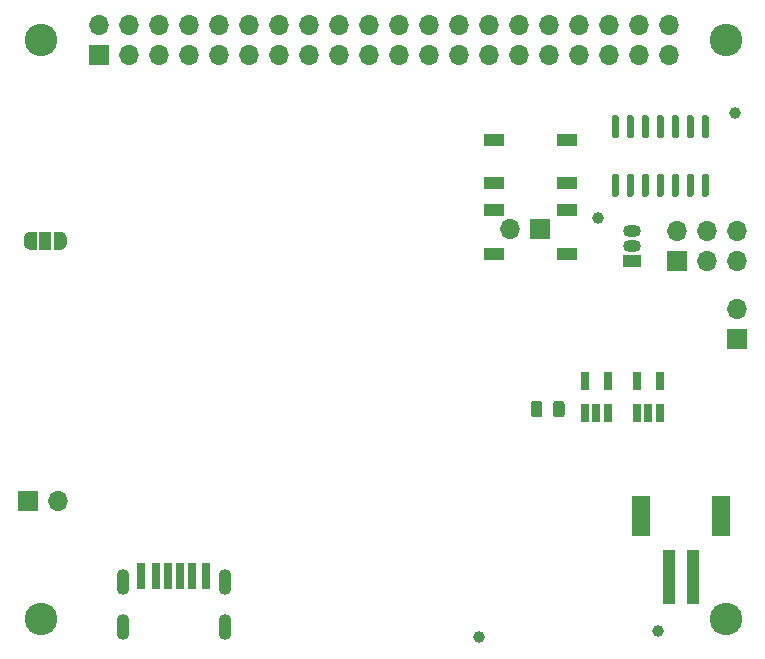
<source format=gbr>
%TF.GenerationSoftware,KiCad,Pcbnew,5.1.9+dfsg1-1*%
%TF.CreationDate,2021-12-17T12:31:51+01:00*%
%TF.ProjectId,RaspberryPi_UPS_HAT,52617370-6265-4727-9279-50695f555053,rev?*%
%TF.SameCoordinates,Original*%
%TF.FileFunction,Soldermask,Top*%
%TF.FilePolarity,Negative*%
%FSLAX46Y46*%
G04 Gerber Fmt 4.6, Leading zero omitted, Abs format (unit mm)*
G04 Created by KiCad (PCBNEW 5.1.9+dfsg1-1) date 2021-12-17 12:31:51*
%MOMM*%
%LPD*%
G01*
G04 APERTURE LIST*
%ADD10O,1.700000X1.700000*%
%ADD11R,1.700000X1.700000*%
%ADD12R,1.000000X1.500000*%
%ADD13C,0.150000*%
%ADD14R,0.650000X1.560000*%
%ADD15C,2.750000*%
%ADD16R,1.800000X1.100000*%
%ADD17C,1.000000*%
%ADD18R,1.500000X1.050000*%
%ADD19O,1.500000X1.050000*%
%ADD20R,1.597660X3.398520*%
%ADD21R,0.998220X4.599940*%
%ADD22O,1.100000X2.200000*%
%ADD23R,0.700000X2.200000*%
%ADD24R,0.760000X2.200000*%
%ADD25R,0.800000X2.200000*%
G04 APERTURE END LIST*
D10*
%TO.C,J7*%
X94460000Y-58000000D03*
D11*
X97000000Y-58000000D03*
%TD*%
D12*
%TO.C,JP1*%
X55150000Y-58960000D03*
D13*
G36*
X53850000Y-59709398D02*
G01*
X53825466Y-59709398D01*
X53776635Y-59704588D01*
X53728510Y-59695016D01*
X53681555Y-59680772D01*
X53636222Y-59661995D01*
X53592949Y-59638864D01*
X53552150Y-59611604D01*
X53514221Y-59580476D01*
X53479524Y-59545779D01*
X53448396Y-59507850D01*
X53421136Y-59467051D01*
X53398005Y-59423778D01*
X53379228Y-59378445D01*
X53364984Y-59331490D01*
X53355412Y-59283365D01*
X53350602Y-59234534D01*
X53350602Y-59210000D01*
X53350000Y-59210000D01*
X53350000Y-58710000D01*
X53350602Y-58710000D01*
X53350602Y-58685466D01*
X53355412Y-58636635D01*
X53364984Y-58588510D01*
X53379228Y-58541555D01*
X53398005Y-58496222D01*
X53421136Y-58452949D01*
X53448396Y-58412150D01*
X53479524Y-58374221D01*
X53514221Y-58339524D01*
X53552150Y-58308396D01*
X53592949Y-58281136D01*
X53636222Y-58258005D01*
X53681555Y-58239228D01*
X53728510Y-58224984D01*
X53776635Y-58215412D01*
X53825466Y-58210602D01*
X53850000Y-58210602D01*
X53850000Y-58210000D01*
X54400000Y-58210000D01*
X54400000Y-59710000D01*
X53850000Y-59710000D01*
X53850000Y-59709398D01*
G37*
G36*
X55900000Y-58210000D02*
G01*
X56450000Y-58210000D01*
X56450000Y-58210602D01*
X56474534Y-58210602D01*
X56523365Y-58215412D01*
X56571490Y-58224984D01*
X56618445Y-58239228D01*
X56663778Y-58258005D01*
X56707051Y-58281136D01*
X56747850Y-58308396D01*
X56785779Y-58339524D01*
X56820476Y-58374221D01*
X56851604Y-58412150D01*
X56878864Y-58452949D01*
X56901995Y-58496222D01*
X56920772Y-58541555D01*
X56935016Y-58588510D01*
X56944588Y-58636635D01*
X56949398Y-58685466D01*
X56949398Y-58710000D01*
X56950000Y-58710000D01*
X56950000Y-59210000D01*
X56949398Y-59210000D01*
X56949398Y-59234534D01*
X56944588Y-59283365D01*
X56935016Y-59331490D01*
X56920772Y-59378445D01*
X56901995Y-59423778D01*
X56878864Y-59467051D01*
X56851604Y-59507850D01*
X56820476Y-59545779D01*
X56785779Y-59580476D01*
X56747850Y-59611604D01*
X56707051Y-59638864D01*
X56663778Y-59661995D01*
X56618445Y-59680772D01*
X56571490Y-59695016D01*
X56523365Y-59704588D01*
X56474534Y-59709398D01*
X56450000Y-59709398D01*
X56450000Y-59710000D01*
X55900000Y-59710000D01*
X55900000Y-58210000D01*
G37*
%TD*%
D10*
%TO.C,J5*%
X56240000Y-81000000D03*
D11*
X53700000Y-81000000D03*
%TD*%
D14*
%TO.C,U5*%
X100850000Y-70850000D03*
X102750000Y-70850000D03*
X102750000Y-73550000D03*
X101800000Y-73550000D03*
X100850000Y-73550000D03*
%TD*%
%TO.C,U1*%
X105250000Y-70850000D03*
X107150000Y-70850000D03*
X107150000Y-73550000D03*
X106200000Y-73550000D03*
X105250000Y-73550000D03*
%TD*%
D15*
%TO.C,*%
X54800000Y-42000000D03*
%TD*%
%TO.C,*%
X112800000Y-42000000D03*
%TD*%
%TO.C,*%
X112800000Y-91000000D03*
%TD*%
%TO.C,*%
X54800000Y-91000000D03*
%TD*%
D16*
%TO.C,SW2*%
X93150000Y-50400000D03*
X99350000Y-50400000D03*
X93150000Y-54100000D03*
X99350000Y-54100000D03*
%TD*%
%TO.C,SW1*%
X93150000Y-56400000D03*
X99350000Y-56400000D03*
X93150000Y-60100000D03*
X99350000Y-60100000D03*
%TD*%
D17*
%TO.C,TP4*%
X101900000Y-57000000D03*
%TD*%
%TO.C,TP3*%
X113550000Y-48150000D03*
%TD*%
%TO.C,TP2*%
X107050000Y-92050000D03*
%TD*%
%TO.C,TP1*%
X91900000Y-92550000D03*
%TD*%
D10*
%TO.C,J2*%
X107930000Y-40730000D03*
X107930000Y-43270000D03*
X105390000Y-40730000D03*
X105390000Y-43270000D03*
X102850000Y-40730000D03*
X102850000Y-43270000D03*
X100310000Y-40730000D03*
X100310000Y-43270000D03*
X97770000Y-40730000D03*
X97770000Y-43270000D03*
X95230000Y-40730000D03*
X95230000Y-43270000D03*
X92690000Y-40730000D03*
X92690000Y-43270000D03*
X90150000Y-40730000D03*
X90150000Y-43270000D03*
X87610000Y-40730000D03*
X87610000Y-43270000D03*
X85070000Y-40730000D03*
X85070000Y-43270000D03*
X82530000Y-40730000D03*
X82530000Y-43270000D03*
X79990000Y-40730000D03*
X79990000Y-43270000D03*
X77450000Y-40730000D03*
X77450000Y-43270000D03*
X74910000Y-40730000D03*
X74910000Y-43270000D03*
X72370000Y-40730000D03*
X72370000Y-43270000D03*
X69830000Y-40730000D03*
X69830000Y-43270000D03*
X67290000Y-40730000D03*
X67290000Y-43270000D03*
X64750000Y-40730000D03*
X64750000Y-43270000D03*
X62210000Y-40730000D03*
X62210000Y-43270000D03*
X59670000Y-40730000D03*
D11*
X59670000Y-43270000D03*
%TD*%
D10*
%TO.C,J1*%
X113680000Y-58160000D03*
X113680000Y-60700000D03*
X111140000Y-58160000D03*
X111140000Y-60700000D03*
X108600000Y-58160000D03*
D11*
X108600000Y-60700000D03*
%TD*%
%TO.C,U2*%
G36*
G01*
X103540000Y-50300000D02*
X103240000Y-50300000D01*
G75*
G02*
X103090000Y-50150000I0J150000D01*
G01*
X103090000Y-48500000D01*
G75*
G02*
X103240000Y-48350000I150000J0D01*
G01*
X103540000Y-48350000D01*
G75*
G02*
X103690000Y-48500000I0J-150000D01*
G01*
X103690000Y-50150000D01*
G75*
G02*
X103540000Y-50300000I-150000J0D01*
G01*
G37*
G36*
G01*
X104810000Y-50300000D02*
X104510000Y-50300000D01*
G75*
G02*
X104360000Y-50150000I0J150000D01*
G01*
X104360000Y-48500000D01*
G75*
G02*
X104510000Y-48350000I150000J0D01*
G01*
X104810000Y-48350000D01*
G75*
G02*
X104960000Y-48500000I0J-150000D01*
G01*
X104960000Y-50150000D01*
G75*
G02*
X104810000Y-50300000I-150000J0D01*
G01*
G37*
G36*
G01*
X106080000Y-50300000D02*
X105780000Y-50300000D01*
G75*
G02*
X105630000Y-50150000I0J150000D01*
G01*
X105630000Y-48500000D01*
G75*
G02*
X105780000Y-48350000I150000J0D01*
G01*
X106080000Y-48350000D01*
G75*
G02*
X106230000Y-48500000I0J-150000D01*
G01*
X106230000Y-50150000D01*
G75*
G02*
X106080000Y-50300000I-150000J0D01*
G01*
G37*
G36*
G01*
X107350000Y-50300000D02*
X107050000Y-50300000D01*
G75*
G02*
X106900000Y-50150000I0J150000D01*
G01*
X106900000Y-48500000D01*
G75*
G02*
X107050000Y-48350000I150000J0D01*
G01*
X107350000Y-48350000D01*
G75*
G02*
X107500000Y-48500000I0J-150000D01*
G01*
X107500000Y-50150000D01*
G75*
G02*
X107350000Y-50300000I-150000J0D01*
G01*
G37*
G36*
G01*
X108620000Y-50300000D02*
X108320000Y-50300000D01*
G75*
G02*
X108170000Y-50150000I0J150000D01*
G01*
X108170000Y-48500000D01*
G75*
G02*
X108320000Y-48350000I150000J0D01*
G01*
X108620000Y-48350000D01*
G75*
G02*
X108770000Y-48500000I0J-150000D01*
G01*
X108770000Y-50150000D01*
G75*
G02*
X108620000Y-50300000I-150000J0D01*
G01*
G37*
G36*
G01*
X109890000Y-50300000D02*
X109590000Y-50300000D01*
G75*
G02*
X109440000Y-50150000I0J150000D01*
G01*
X109440000Y-48500000D01*
G75*
G02*
X109590000Y-48350000I150000J0D01*
G01*
X109890000Y-48350000D01*
G75*
G02*
X110040000Y-48500000I0J-150000D01*
G01*
X110040000Y-50150000D01*
G75*
G02*
X109890000Y-50300000I-150000J0D01*
G01*
G37*
G36*
G01*
X111160000Y-50300000D02*
X110860000Y-50300000D01*
G75*
G02*
X110710000Y-50150000I0J150000D01*
G01*
X110710000Y-48500000D01*
G75*
G02*
X110860000Y-48350000I150000J0D01*
G01*
X111160000Y-48350000D01*
G75*
G02*
X111310000Y-48500000I0J-150000D01*
G01*
X111310000Y-50150000D01*
G75*
G02*
X111160000Y-50300000I-150000J0D01*
G01*
G37*
G36*
G01*
X111160000Y-55250000D02*
X110860000Y-55250000D01*
G75*
G02*
X110710000Y-55100000I0J150000D01*
G01*
X110710000Y-53450000D01*
G75*
G02*
X110860000Y-53300000I150000J0D01*
G01*
X111160000Y-53300000D01*
G75*
G02*
X111310000Y-53450000I0J-150000D01*
G01*
X111310000Y-55100000D01*
G75*
G02*
X111160000Y-55250000I-150000J0D01*
G01*
G37*
G36*
G01*
X109890000Y-55250000D02*
X109590000Y-55250000D01*
G75*
G02*
X109440000Y-55100000I0J150000D01*
G01*
X109440000Y-53450000D01*
G75*
G02*
X109590000Y-53300000I150000J0D01*
G01*
X109890000Y-53300000D01*
G75*
G02*
X110040000Y-53450000I0J-150000D01*
G01*
X110040000Y-55100000D01*
G75*
G02*
X109890000Y-55250000I-150000J0D01*
G01*
G37*
G36*
G01*
X108620000Y-55250000D02*
X108320000Y-55250000D01*
G75*
G02*
X108170000Y-55100000I0J150000D01*
G01*
X108170000Y-53450000D01*
G75*
G02*
X108320000Y-53300000I150000J0D01*
G01*
X108620000Y-53300000D01*
G75*
G02*
X108770000Y-53450000I0J-150000D01*
G01*
X108770000Y-55100000D01*
G75*
G02*
X108620000Y-55250000I-150000J0D01*
G01*
G37*
G36*
G01*
X107350000Y-55250000D02*
X107050000Y-55250000D01*
G75*
G02*
X106900000Y-55100000I0J150000D01*
G01*
X106900000Y-53450000D01*
G75*
G02*
X107050000Y-53300000I150000J0D01*
G01*
X107350000Y-53300000D01*
G75*
G02*
X107500000Y-53450000I0J-150000D01*
G01*
X107500000Y-55100000D01*
G75*
G02*
X107350000Y-55250000I-150000J0D01*
G01*
G37*
G36*
G01*
X106080000Y-55250000D02*
X105780000Y-55250000D01*
G75*
G02*
X105630000Y-55100000I0J150000D01*
G01*
X105630000Y-53450000D01*
G75*
G02*
X105780000Y-53300000I150000J0D01*
G01*
X106080000Y-53300000D01*
G75*
G02*
X106230000Y-53450000I0J-150000D01*
G01*
X106230000Y-55100000D01*
G75*
G02*
X106080000Y-55250000I-150000J0D01*
G01*
G37*
G36*
G01*
X104810000Y-55250000D02*
X104510000Y-55250000D01*
G75*
G02*
X104360000Y-55100000I0J150000D01*
G01*
X104360000Y-53450000D01*
G75*
G02*
X104510000Y-53300000I150000J0D01*
G01*
X104810000Y-53300000D01*
G75*
G02*
X104960000Y-53450000I0J-150000D01*
G01*
X104960000Y-55100000D01*
G75*
G02*
X104810000Y-55250000I-150000J0D01*
G01*
G37*
G36*
G01*
X103540000Y-55250000D02*
X103240000Y-55250000D01*
G75*
G02*
X103090000Y-55100000I0J150000D01*
G01*
X103090000Y-53450000D01*
G75*
G02*
X103240000Y-53300000I150000J0D01*
G01*
X103540000Y-53300000D01*
G75*
G02*
X103690000Y-53450000I0J-150000D01*
G01*
X103690000Y-55100000D01*
G75*
G02*
X103540000Y-55250000I-150000J0D01*
G01*
G37*
%TD*%
D18*
%TO.C,U3*%
X104800000Y-60700000D03*
D19*
X104800000Y-58160000D03*
X104800000Y-59430000D03*
%TD*%
%TO.C,D4*%
G36*
G01*
X98135000Y-73681250D02*
X98135000Y-72768750D01*
G75*
G02*
X98378750Y-72525000I243750J0D01*
G01*
X98866250Y-72525000D01*
G75*
G02*
X99110000Y-72768750I0J-243750D01*
G01*
X99110000Y-73681250D01*
G75*
G02*
X98866250Y-73925000I-243750J0D01*
G01*
X98378750Y-73925000D01*
G75*
G02*
X98135000Y-73681250I0J243750D01*
G01*
G37*
G36*
G01*
X96260000Y-73681250D02*
X96260000Y-72768750D01*
G75*
G02*
X96503750Y-72525000I243750J0D01*
G01*
X96991250Y-72525000D01*
G75*
G02*
X97235000Y-72768750I0J-243750D01*
G01*
X97235000Y-73681250D01*
G75*
G02*
X96991250Y-73925000I-243750J0D01*
G01*
X96503750Y-73925000D01*
G75*
G02*
X96260000Y-73681250I0J243750D01*
G01*
G37*
%TD*%
D20*
%TO.C,J3*%
X112348520Y-82251400D03*
X105551480Y-82251400D03*
D21*
X107951780Y-87448240D03*
X109948220Y-87448240D03*
%TD*%
D22*
%TO.C,J6*%
X70345000Y-91700000D03*
X61705000Y-91700000D03*
X70345000Y-87900000D03*
X61705000Y-87900000D03*
D23*
X66525000Y-87350000D03*
X65525000Y-87350000D03*
D24*
X67545000Y-87350000D03*
X64505000Y-87350000D03*
D25*
X68775000Y-87350000D03*
X63275000Y-87350000D03*
%TD*%
D10*
%TO.C,J4*%
X113700000Y-64760000D03*
D11*
X113700000Y-67300000D03*
%TD*%
M02*

</source>
